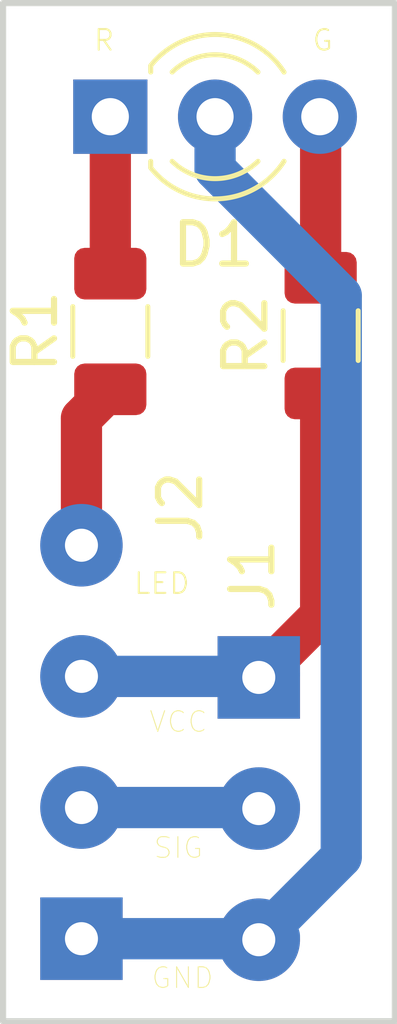
<source format=kicad_pcb>
(kicad_pcb (version 20171130) (host pcbnew 5.0.2-bee76a0~70~ubuntu18.04.1)

  (general
    (thickness 1.6)
    (drawings 10)
    (tracks 21)
    (zones 0)
    (modules 5)
    (nets 7)
  )

  (page A4)
  (layers
    (0 F.Cu signal)
    (31 B.Cu signal)
    (32 B.Adhes user)
    (33 F.Adhes user)
    (34 B.Paste user)
    (35 F.Paste user)
    (36 B.SilkS user)
    (37 F.SilkS user)
    (38 B.Mask user)
    (39 F.Mask user)
    (40 Dwgs.User user)
    (41 Cmts.User user)
    (42 Eco1.User user)
    (43 Eco2.User user)
    (44 Edge.Cuts user)
    (45 Margin user)
    (46 B.CrtYd user)
    (47 F.CrtYd user)
    (48 B.Fab user)
    (49 F.Fab user hide)
  )

  (setup
    (last_trace_width 1)
    (trace_clearance 0.5)
    (zone_clearance 0.508)
    (zone_45_only no)
    (trace_min 0.2)
    (segment_width 0.2)
    (edge_width 0.15)
    (via_size 0.8)
    (via_drill 0.4)
    (via_min_size 0.4)
    (via_min_drill 0.3)
    (uvia_size 0.3)
    (uvia_drill 0.1)
    (uvias_allowed no)
    (uvia_min_size 0.2)
    (uvia_min_drill 0.1)
    (pcb_text_width 0.05)
    (pcb_text_size 0.5 0.5)
    (mod_edge_width 0.15)
    (mod_text_size 1 1)
    (mod_text_width 0.15)
    (pad_size 1.524 1.524)
    (pad_drill 0.762)
    (pad_to_mask_clearance 0.051)
    (solder_mask_min_width 0.25)
    (aux_axis_origin 0 0)
    (visible_elements FFFFFF7F)
    (pcbplotparams
      (layerselection 0x010fc_ffffffff)
      (usegerberextensions true)
      (usegerberattributes false)
      (usegerberadvancedattributes false)
      (creategerberjobfile false)
      (excludeedgelayer true)
      (linewidth 0.100000)
      (plotframeref false)
      (viasonmask false)
      (mode 1)
      (useauxorigin false)
      (hpglpennumber 1)
      (hpglpenspeed 20)
      (hpglpendiameter 15.000000)
      (psnegative false)
      (psa4output false)
      (plotreference true)
      (plotvalue true)
      (plotinvisibletext false)
      (padsonsilk false)
      (subtractmaskfromsilk false)
      (outputformat 1)
      (mirror false)
      (drillshape 0)
      (scaleselection 1)
      (outputdirectory "Gerber/"))
  )

  (net 0 "")
  (net 1 "Net-(D1-Pad1)")
  (net 2 "Net-(D1-Pad2)")
  (net 3 "Net-(J1-Pad2)")
  (net 4 "Net-(D1-Pad3)")
  (net 5 "Net-(J2-Pad4)")
  (net 6 "Net-(J1-Pad1)")

  (net_class Default "This is the default net class."
    (clearance 0.5)
    (trace_width 1)
    (via_dia 0.8)
    (via_drill 0.4)
    (uvia_dia 0.3)
    (uvia_drill 0.1)
    (add_net "Net-(D1-Pad1)")
    (add_net "Net-(D1-Pad2)")
    (add_net "Net-(D1-Pad3)")
    (add_net "Net-(J1-Pad1)")
    (add_net "Net-(J1-Pad2)")
    (add_net "Net-(J2-Pad4)")
  )

  (module Connector_Wire:SolderWirePad_1x03_P3.175mm_Drill0.8mm (layer F.Cu) (tedit 5CC29F5A) (tstamp 5CF9FAD7)
    (at 137.2 71.275 270)
    (descr "Wire solder connection")
    (tags connector)
    (path /5CC06330)
    (attr virtual)
    (fp_text reference J1 (at -2.475 0.15 270) (layer F.SilkS)
      (effects (font (size 1 1) (thickness 0.15)))
    )
    (fp_text value Conn_01x03 (at 3.175 2.54 270) (layer F.Fab) hide
      (effects (font (size 1 1) (thickness 0.15)))
    )
    (fp_text user %R (at 3.175 0 270) (layer F.Fab)
      (effects (font (size 1 1) (thickness 0.15)))
    )
    (fp_line (start -1.49 -1.5) (end 7.85 -1.5) (layer F.CrtYd) (width 0.05))
    (fp_line (start -1.49 -1.5) (end -1.49 1.5) (layer F.CrtYd) (width 0.05))
    (fp_line (start 7.85 1.5) (end 7.85 -1.5) (layer F.CrtYd) (width 0.05))
    (fp_line (start 7.85 1.5) (end -1.49 1.5) (layer F.CrtYd) (width 0.05))
    (pad 1 thru_hole rect (at 0 0 270) (size 1.99898 1.99898) (drill 0.8001) (layers *.Cu *.Mask)
      (net 6 "Net-(J1-Pad1)"))
    (pad 2 thru_hole circle (at 3.175 0 270) (size 1.99898 1.99898) (drill 0.8001) (layers *.Cu *.Mask)
      (net 3 "Net-(J1-Pad2)"))
    (pad 3 thru_hole circle (at 6.35 0 270) (size 1.99898 1.99898) (drill 0.8001) (layers *.Cu *.Mask)
      (net 2 "Net-(D1-Pad2)"))
  )

  (module Connector_Wire:SolderWirePad_1x04_P3.175mm_Drill0.8mm (layer F.Cu) (tedit 5CC29F51) (tstamp 5CC2A335)
    (at 132.9 77.6 90)
    (descr "Wire solder connection")
    (tags connector)
    (path /5CC28BDB)
    (attr virtual)
    (fp_text reference J2 (at 10.45 2.4 90) (layer F.SilkS)
      (effects (font (size 1 1) (thickness 0.15)))
    )
    (fp_text value Conn_01x04 (at 4.7625 3.175 90) (layer F.Fab) hide
      (effects (font (size 1 1) (thickness 0.15)))
    )
    (fp_text user %R (at 4.7625 0 90) (layer F.Fab)
      (effects (font (size 1 1) (thickness 0.15)))
    )
    (fp_line (start -1.5 -1.5) (end 11.02 -1.5) (layer F.CrtYd) (width 0.05))
    (fp_line (start -1.5 -1.5) (end -1.5 1.5) (layer F.CrtYd) (width 0.05))
    (fp_line (start 11.02 1.5) (end 11.02 -1.5) (layer F.CrtYd) (width 0.05))
    (fp_line (start 11.02 1.5) (end -1.5 1.5) (layer F.CrtYd) (width 0.05))
    (pad 1 thru_hole rect (at 0 0 90) (size 1.99898 1.99898) (drill 0.8001) (layers *.Cu *.Mask)
      (net 2 "Net-(D1-Pad2)"))
    (pad 2 thru_hole circle (at 3.175 0 90) (size 1.99898 1.99898) (drill 0.8001) (layers *.Cu *.Mask)
      (net 3 "Net-(J1-Pad2)"))
    (pad 3 thru_hole circle (at 6.35 0 90) (size 1.99898 1.99898) (drill 0.8001) (layers *.Cu *.Mask)
      (net 6 "Net-(J1-Pad1)"))
    (pad 4 thru_hole circle (at 9.525 0 90) (size 1.99898 1.99898) (drill 0.8001) (layers *.Cu *.Mask)
      (net 5 "Net-(J2-Pad4)"))
  )

  (module LED_THT:LED_D3.0mm-3 (layer F.Cu) (tedit 587A3A7B) (tstamp 5CF9F78B)
    (at 133.6 57.7)
    (descr "LED, diameter 3.0mm, 2 pins, diameter 3.0mm, 3 pins, http://www.kingbright.com/attachments/file/psearch/000/00/00/L-3VSURKCGKC(Ver.8A).pdf")
    (tags "LED diameter 3.0mm 2 pins diameter 3.0mm 3 pins")
    (path /5CF9F500)
    (fp_text reference D1 (at 2.5 3.1) (layer F.SilkS)
      (effects (font (size 1 1) (thickness 0.15)))
    )
    (fp_text value LED_Dual_ACA (at -8.06 8.5) (layer F.Fab)
      (effects (font (size 1 1) (thickness 0.15)))
    )
    (fp_arc (start 2.54 0) (end 1.04 -1.16619) (angle 284.3) (layer F.Fab) (width 0.1))
    (fp_arc (start 2.54 0) (end 0.98 -1.235516) (angle 108.8) (layer F.SilkS) (width 0.12))
    (fp_arc (start 2.54 0) (end 0.98 1.235516) (angle -108.8) (layer F.SilkS) (width 0.12))
    (fp_arc (start 2.54 0) (end 1.499039 -1.08) (angle 87.9) (layer F.SilkS) (width 0.12))
    (fp_arc (start 2.54 0) (end 1.499039 1.08) (angle -87.9) (layer F.SilkS) (width 0.12))
    (fp_circle (center 2.54 0) (end 4.04 0) (layer F.Fab) (width 0.1))
    (fp_line (start 1.04 -1.16619) (end 1.04 1.16619) (layer F.Fab) (width 0.1))
    (fp_line (start 0.98 -1.236) (end 0.98 -1.08) (layer F.SilkS) (width 0.12))
    (fp_line (start 0.98 1.08) (end 0.98 1.236) (layer F.SilkS) (width 0.12))
    (fp_line (start -1.15 -2.25) (end -1.15 2.25) (layer F.CrtYd) (width 0.05))
    (fp_line (start -1.15 2.25) (end 6.25 2.25) (layer F.CrtYd) (width 0.05))
    (fp_line (start 6.25 2.25) (end 6.25 -2.25) (layer F.CrtYd) (width 0.05))
    (fp_line (start 6.25 -2.25) (end -1.15 -2.25) (layer F.CrtYd) (width 0.05))
    (pad 1 thru_hole rect (at 0 0) (size 1.8 1.8) (drill 0.9) (layers *.Cu *.Mask)
      (net 1 "Net-(D1-Pad1)"))
    (pad 2 thru_hole circle (at 2.54 0) (size 1.8 1.8) (drill 0.9) (layers *.Cu *.Mask)
      (net 2 "Net-(D1-Pad2)"))
    (pad 3 thru_hole circle (at 5.08 0) (size 1.8 1.8) (drill 0.9) (layers *.Cu *.Mask)
      (net 4 "Net-(D1-Pad3)"))
    (model ${KISYS3DMOD}/LED_THT.3dshapes/LED_D3.0mm-3.wrl
      (at (xyz 0 0 0))
      (scale (xyz 1 1 1))
      (rotate (xyz 0 0 0))
    )
  )

  (module Resistor_SMD:R_1206_3216Metric (layer F.Cu) (tedit 5B301BBD) (tstamp 5CF9F9B1)
    (at 133.6 62.9 90)
    (descr "Resistor SMD 1206 (3216 Metric), square (rectangular) end terminal, IPC_7351 nominal, (Body size source: http://www.tortai-tech.com/upload/download/2011102023233369053.pdf), generated with kicad-footprint-generator")
    (tags resistor)
    (path /5CF9F5F0)
    (attr smd)
    (fp_text reference R1 (at 0 -1.82 90) (layer F.SilkS)
      (effects (font (size 1 1) (thickness 0.15)))
    )
    (fp_text value 150R (at 0 1.82 90) (layer F.Fab)
      (effects (font (size 1 1) (thickness 0.15)))
    )
    (fp_line (start -1.6 0.8) (end -1.6 -0.8) (layer F.Fab) (width 0.1))
    (fp_line (start -1.6 -0.8) (end 1.6 -0.8) (layer F.Fab) (width 0.1))
    (fp_line (start 1.6 -0.8) (end 1.6 0.8) (layer F.Fab) (width 0.1))
    (fp_line (start 1.6 0.8) (end -1.6 0.8) (layer F.Fab) (width 0.1))
    (fp_line (start -0.602064 -0.91) (end 0.602064 -0.91) (layer F.SilkS) (width 0.12))
    (fp_line (start -0.602064 0.91) (end 0.602064 0.91) (layer F.SilkS) (width 0.12))
    (fp_line (start -2.28 1.12) (end -2.28 -1.12) (layer F.CrtYd) (width 0.05))
    (fp_line (start -2.28 -1.12) (end 2.28 -1.12) (layer F.CrtYd) (width 0.05))
    (fp_line (start 2.28 -1.12) (end 2.28 1.12) (layer F.CrtYd) (width 0.05))
    (fp_line (start 2.28 1.12) (end -2.28 1.12) (layer F.CrtYd) (width 0.05))
    (fp_text user %R (at 0 0 90) (layer F.Fab)
      (effects (font (size 0.8 0.8) (thickness 0.12)))
    )
    (pad 1 smd roundrect (at -1.4 0 90) (size 1.25 1.75) (layers F.Cu F.Paste F.Mask) (roundrect_rratio 0.2)
      (net 5 "Net-(J2-Pad4)"))
    (pad 2 smd roundrect (at 1.4 0 90) (size 1.25 1.75) (layers F.Cu F.Paste F.Mask) (roundrect_rratio 0.2)
      (net 1 "Net-(D1-Pad1)"))
    (model ${KISYS3DMOD}/Resistor_SMD.3dshapes/R_1206_3216Metric.wrl
      (at (xyz 0 0 0))
      (scale (xyz 1 1 1))
      (rotate (xyz 0 0 0))
    )
  )

  (module Resistor_SMD:R_1206_3216Metric (layer F.Cu) (tedit 5B301BBD) (tstamp 5CF9F810)
    (at 138.7 63 90)
    (descr "Resistor SMD 1206 (3216 Metric), square (rectangular) end terminal, IPC_7351 nominal, (Body size source: http://www.tortai-tech.com/upload/download/2011102023233369053.pdf), generated with kicad-footprint-generator")
    (tags resistor)
    (path /5CF9F9D8)
    (attr smd)
    (fp_text reference R2 (at 0 -1.82 90) (layer F.SilkS)
      (effects (font (size 1 1) (thickness 0.15)))
    )
    (fp_text value 150R (at 0 1.82 90) (layer F.Fab)
      (effects (font (size 1 1) (thickness 0.15)))
    )
    (fp_text user %R (at 0 0 90) (layer F.Fab)
      (effects (font (size 0.8 0.8) (thickness 0.12)))
    )
    (fp_line (start 2.28 1.12) (end -2.28 1.12) (layer F.CrtYd) (width 0.05))
    (fp_line (start 2.28 -1.12) (end 2.28 1.12) (layer F.CrtYd) (width 0.05))
    (fp_line (start -2.28 -1.12) (end 2.28 -1.12) (layer F.CrtYd) (width 0.05))
    (fp_line (start -2.28 1.12) (end -2.28 -1.12) (layer F.CrtYd) (width 0.05))
    (fp_line (start -0.602064 0.91) (end 0.602064 0.91) (layer F.SilkS) (width 0.12))
    (fp_line (start -0.602064 -0.91) (end 0.602064 -0.91) (layer F.SilkS) (width 0.12))
    (fp_line (start 1.6 0.8) (end -1.6 0.8) (layer F.Fab) (width 0.1))
    (fp_line (start 1.6 -0.8) (end 1.6 0.8) (layer F.Fab) (width 0.1))
    (fp_line (start -1.6 -0.8) (end 1.6 -0.8) (layer F.Fab) (width 0.1))
    (fp_line (start -1.6 0.8) (end -1.6 -0.8) (layer F.Fab) (width 0.1))
    (pad 2 smd roundrect (at 1.4 0 90) (size 1.25 1.75) (layers F.Cu F.Paste F.Mask) (roundrect_rratio 0.2)
      (net 4 "Net-(D1-Pad3)"))
    (pad 1 smd roundrect (at -1.4 0 90) (size 1.25 1.75) (layers F.Cu F.Paste F.Mask) (roundrect_rratio 0.2)
      (net 6 "Net-(J1-Pad1)"))
    (model ${KISYS3DMOD}/Resistor_SMD.3dshapes/R_1206_3216Metric.wrl
      (at (xyz 0 0 0))
      (scale (xyz 1 1 1))
      (rotate (xyz 0 0 0))
    )
  )

  (gr_text G (at 138.75 55.85) (layer F.SilkS)
    (effects (font (size 0.5 0.5) (thickness 0.05)))
  )
  (gr_text R (at 133.45 55.85) (layer F.SilkS)
    (effects (font (size 0.5 0.5) (thickness 0.05)))
  )
  (gr_text LED (at 134.85 69) (layer F.SilkS)
    (effects (font (size 0.5 0.5) (thickness 0.05)))
  )
  (gr_text SIG (at 135.25 75.4) (layer F.SilkS)
    (effects (font (size 0.5 0.5) (thickness 0.025)))
  )
  (gr_text VCC (at 135.25 72.35) (layer F.SilkS)
    (effects (font (size 0.5 0.5) (thickness 0.025)))
  )
  (gr_text GND (at 135.35 78.55) (layer F.SilkS)
    (effects (font (size 0.5 0.5) (thickness 0.025)))
  )
  (gr_line (start 140.5 79.6) (end 140.5 54.95) (layer Edge.Cuts) (width 0.15))
  (gr_line (start 131 79.6) (end 140.5 79.6) (layer Edge.Cuts) (width 0.15))
  (gr_line (start 131 54.95) (end 131 79.6) (layer Edge.Cuts) (width 0.15))
  (gr_line (start 140.5 54.95) (end 131 54.95) (layer Edge.Cuts) (width 0.15))

  (segment (start 133.6 61.5) (end 133.6 57.7) (width 1) (layer F.Cu) (net 1))
  (segment (start 137.65 77.6) (end 137.7 77.55) (width 1) (layer B.Cu) (net 2))
  (segment (start 137.175 77.6) (end 137.2 77.625) (width 1) (layer B.Cu) (net 2))
  (segment (start 132.9 77.6) (end 137.175 77.6) (width 1) (layer B.Cu) (net 2))
  (segment (start 138.199489 76.625511) (end 137.2 77.625) (width 1) (layer B.Cu) (net 2))
  (segment (start 139.200009 75.624991) (end 138.199489 76.625511) (width 1) (layer B.Cu) (net 2))
  (segment (start 139.200009 62.032801) (end 139.200009 75.624991) (width 1) (layer B.Cu) (net 2))
  (segment (start 136.14 58.972792) (end 139.200009 62.032801) (width 1) (layer B.Cu) (net 2))
  (segment (start 136.14 57.7) (end 136.14 58.972792) (width 1) (layer B.Cu) (net 2))
  (segment (start 137.65 74.425) (end 137.7 74.375) (width 1) (layer B.Cu) (net 3))
  (segment (start 137.175 74.425) (end 137.2 74.45) (width 1) (layer B.Cu) (net 3))
  (segment (start 132.9 74.425) (end 137.175 74.425) (width 1) (layer B.Cu) (net 3))
  (segment (start 138.7 57.72) (end 138.68 57.7) (width 1) (layer F.Cu) (net 4))
  (segment (start 138.7 61.6) (end 138.7 57.72) (width 1) (layer F.Cu) (net 4))
  (segment (start 132.9 65) (end 133.6 64.3) (width 1) (layer F.Cu) (net 5))
  (segment (start 132.9 68.075) (end 132.9 65) (width 1) (layer F.Cu) (net 5))
  (segment (start 137.65 71.25) (end 137.7 71.2) (width 1) (layer B.Cu) (net 6))
  (segment (start 137.175 71.25) (end 137.2 71.275) (width 1) (layer B.Cu) (net 6))
  (segment (start 132.9 71.25) (end 137.175 71.25) (width 1) (layer B.Cu) (net 6))
  (segment (start 138.7 69.775) (end 137.2 71.275) (width 1) (layer F.Cu) (net 6))
  (segment (start 138.7 64.4) (end 138.7 69.775) (width 1) (layer F.Cu) (net 6))

)

</source>
